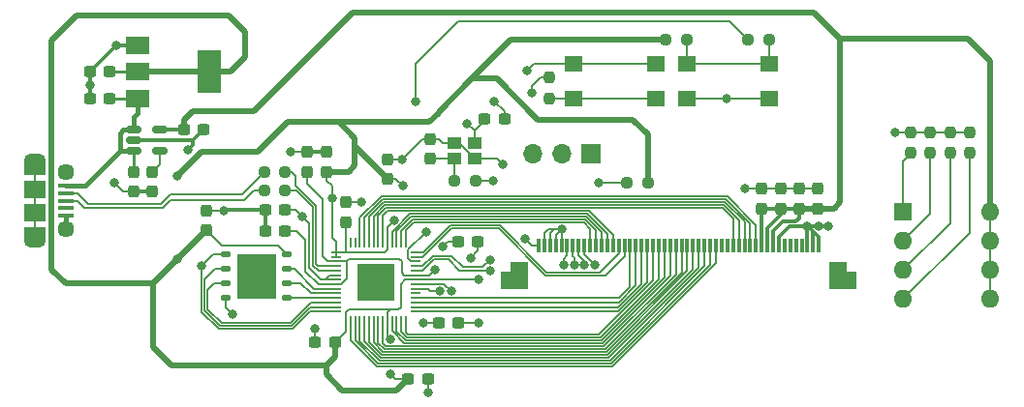
<source format=gbr>
%TF.GenerationSoftware,KiCad,Pcbnew,(7.0.0)*%
%TF.CreationDate,2023-06-08T20:43:27-04:00*%
%TF.ProjectId,tft controller new,74667420-636f-46e7-9472-6f6c6c657220,rev?*%
%TF.SameCoordinates,Original*%
%TF.FileFunction,Copper,L1,Top*%
%TF.FilePolarity,Positive*%
%FSLAX46Y46*%
G04 Gerber Fmt 4.6, Leading zero omitted, Abs format (unit mm)*
G04 Created by KiCad (PCBNEW (7.0.0)) date 2023-06-08 20:43:27*
%MOMM*%
%LPD*%
G01*
G04 APERTURE LIST*
G04 Aperture macros list*
%AMRoundRect*
0 Rectangle with rounded corners*
0 $1 Rounding radius*
0 $2 $3 $4 $5 $6 $7 $8 $9 X,Y pos of 4 corners*
0 Add a 4 corners polygon primitive as box body*
4,1,4,$2,$3,$4,$5,$6,$7,$8,$9,$2,$3,0*
0 Add four circle primitives for the rounded corners*
1,1,$1+$1,$2,$3*
1,1,$1+$1,$4,$5*
1,1,$1+$1,$6,$7*
1,1,$1+$1,$8,$9*
0 Add four rect primitives between the rounded corners*
20,1,$1+$1,$2,$3,$4,$5,0*
20,1,$1+$1,$4,$5,$6,$7,0*
20,1,$1+$1,$6,$7,$8,$9,0*
20,1,$1+$1,$8,$9,$2,$3,0*%
G04 Aperture macros list end*
%TA.AperFunction,SMDPad,CuDef*%
%ADD10RoundRect,0.237500X0.300000X0.237500X-0.300000X0.237500X-0.300000X-0.237500X0.300000X-0.237500X0*%
%TD*%
%TA.AperFunction,ComponentPad*%
%ADD11O,1.600000X1.600000*%
%TD*%
%TA.AperFunction,ComponentPad*%
%ADD12R,1.600000X1.600000*%
%TD*%
%TA.AperFunction,SMDPad,CuDef*%
%ADD13RoundRect,0.237500X0.250000X0.237500X-0.250000X0.237500X-0.250000X-0.237500X0.250000X-0.237500X0*%
%TD*%
%TA.AperFunction,SMDPad,CuDef*%
%ADD14R,1.600000X1.400000*%
%TD*%
%TA.AperFunction,SMDPad,CuDef*%
%ADD15RoundRect,0.237500X0.237500X-0.250000X0.237500X0.250000X-0.237500X0.250000X-0.237500X-0.250000X0*%
%TD*%
%TA.AperFunction,SMDPad,CuDef*%
%ADD16RoundRect,0.237500X0.237500X-0.300000X0.237500X0.300000X-0.237500X0.300000X-0.237500X-0.300000X0*%
%TD*%
%TA.AperFunction,SMDPad,CuDef*%
%ADD17R,2.000000X1.500000*%
%TD*%
%TA.AperFunction,SMDPad,CuDef*%
%ADD18R,2.000000X3.800000*%
%TD*%
%TA.AperFunction,SMDPad,CuDef*%
%ADD19RoundRect,0.237500X-0.250000X-0.237500X0.250000X-0.237500X0.250000X0.237500X-0.250000X0.237500X0*%
%TD*%
%TA.AperFunction,ComponentPad*%
%ADD20R,1.700000X1.700000*%
%TD*%
%TA.AperFunction,ComponentPad*%
%ADD21O,1.700000X1.700000*%
%TD*%
%TA.AperFunction,SMDPad,CuDef*%
%ADD22RoundRect,0.050000X0.050000X-0.387500X0.050000X0.387500X-0.050000X0.387500X-0.050000X-0.387500X0*%
%TD*%
%TA.AperFunction,SMDPad,CuDef*%
%ADD23RoundRect,0.050000X0.387500X-0.050000X0.387500X0.050000X-0.387500X0.050000X-0.387500X-0.050000X0*%
%TD*%
%TA.AperFunction,SMDPad,CuDef*%
%ADD24R,3.200000X3.200000*%
%TD*%
%TA.AperFunction,SMDPad,CuDef*%
%ADD25RoundRect,0.237500X-0.300000X-0.237500X0.300000X-0.237500X0.300000X0.237500X-0.300000X0.237500X0*%
%TD*%
%TA.AperFunction,SMDPad,CuDef*%
%ADD26RoundRect,0.237500X-0.237500X0.300000X-0.237500X-0.300000X0.237500X-0.300000X0.237500X0.300000X0*%
%TD*%
%TA.AperFunction,SMDPad,CuDef*%
%ADD27RoundRect,0.150000X-0.512500X-0.150000X0.512500X-0.150000X0.512500X0.150000X-0.512500X0.150000X0*%
%TD*%
%TA.AperFunction,SMDPad,CuDef*%
%ADD28R,2.400000X1.600000*%
%TD*%
%TA.AperFunction,SMDPad,CuDef*%
%ADD29R,1.600000X2.400000*%
%TD*%
%TA.AperFunction,SMDPad,CuDef*%
%ADD30R,0.300000X1.200000*%
%TD*%
%TA.AperFunction,SMDPad,CuDef*%
%ADD31R,1.150000X1.000000*%
%TD*%
%TA.AperFunction,SMDPad,CuDef*%
%ADD32R,1.350000X0.400000*%
%TD*%
%TA.AperFunction,ComponentPad*%
%ADD33O,1.900000X1.200000*%
%TD*%
%TA.AperFunction,SMDPad,CuDef*%
%ADD34R,1.900000X1.200000*%
%TD*%
%TA.AperFunction,ComponentPad*%
%ADD35C,1.450000*%
%TD*%
%TA.AperFunction,SMDPad,CuDef*%
%ADD36R,1.900000X1.500000*%
%TD*%
%TA.AperFunction,SMDPad,CuDef*%
%ADD37RoundRect,0.125000X-0.262500X-0.125000X0.262500X-0.125000X0.262500X0.125000X-0.262500X0.125000X0*%
%TD*%
%TA.AperFunction,SMDPad,CuDef*%
%ADD38R,3.400000X4.000000*%
%TD*%
%TA.AperFunction,ViaPad*%
%ADD39C,0.800000*%
%TD*%
%TA.AperFunction,Conductor*%
%ADD40C,0.127000*%
%TD*%
%TA.AperFunction,Conductor*%
%ADD41C,0.200000*%
%TD*%
%TA.AperFunction,Conductor*%
%ADD42C,0.500000*%
%TD*%
%TA.AperFunction,Conductor*%
%ADD43C,0.300000*%
%TD*%
%TA.AperFunction,Conductor*%
%ADD44C,0.400000*%
%TD*%
%TA.AperFunction,Conductor*%
%ADD45C,0.250000*%
%TD*%
G04 APERTURE END LIST*
D10*
%TO.P,C3,1*%
%TO.N,+3V3*%
X98862500Y-108700000D03*
%TO.P,C3,2*%
%TO.N,GND*%
X97137500Y-108700000D03*
%TD*%
D11*
%TO.P,SW3,8*%
%TO.N,+2V8*%
X145319999Y-98959999D03*
%TO.P,SW3,7*%
X145319999Y-101499999D03*
%TO.P,SW3,6*%
X145319999Y-104039999D03*
%TO.P,SW3,5*%
X145319999Y-106579999D03*
%TO.P,SW3,4*%
%TO.N,/TFT LCD Connections/TFT_IM3*%
X137699999Y-106579999D03*
%TO.P,SW3,3*%
%TO.N,/TFT LCD Connections/TFT_IM2*%
X137699999Y-104039999D03*
%TO.P,SW3,2*%
%TO.N,/TFT LCD Connections/TFT_IM1*%
X137699999Y-101499999D03*
D12*
%TO.P,SW3,1*%
%TO.N,/TFT LCD Connections/TFT_IM0*%
X137699999Y-98959999D03*
%TD*%
D13*
%TO.P,R2,1*%
%TO.N,/RP2040 Connections/RP_USB_D+*%
X83712500Y-97100000D03*
%TO.P,R2,2*%
%TO.N,/RP2040 Connections/USB_D+*%
X81887500Y-97100000D03*
%TD*%
D14*
%TO.P,SW1,1,A*%
%TO.N,/RP2040 Connections/SW_TO_RUN*%
X118799999Y-85999999D03*
X125999999Y-85999999D03*
%TO.P,SW1,2,B*%
%TO.N,GND*%
X118799999Y-88999999D03*
X125999999Y-88999999D03*
%TD*%
D15*
%TO.P,R6,1*%
%TO.N,/RP2040 Connections/USB_BOOT_TO_R*%
X106800000Y-89000000D03*
%TO.P,R6,2*%
%TO.N,GND*%
X106800000Y-87175000D03*
%TD*%
D16*
%TO.P,C16,1*%
%TO.N,+2V8*%
X128600000Y-98662500D03*
%TO.P,C16,2*%
%TO.N,GND*%
X128600000Y-96937500D03*
%TD*%
%TO.P,C17,1*%
%TO.N,+2V8*%
X127000000Y-98662500D03*
%TO.P,C17,2*%
%TO.N,GND*%
X127000000Y-96937500D03*
%TD*%
D14*
%TO.P,SW2,1,A*%
%TO.N,/RP2040 Connections/~{RP_FLASH_CS}*%
X108899999Y-85999999D03*
X116099999Y-85999999D03*
%TO.P,SW2,2,B*%
%TO.N,/RP2040 Connections/USB_BOOT_TO_R*%
X108899999Y-88999999D03*
X116099999Y-88999999D03*
%TD*%
D13*
%TO.P,R7,1*%
%TO.N,+3V3*%
X115412500Y-96400000D03*
%TO.P,R7,2*%
%TO.N,/TFT LCD Connections/LEDA*%
X113587500Y-96400000D03*
%TD*%
D16*
%TO.P,C1,1*%
%TO.N,+3V3*%
X89031260Y-99862500D03*
%TO.P,C1,2*%
%TO.N,GND*%
X89031260Y-98137500D03*
%TD*%
D10*
%TO.P,C6,1*%
%TO.N,+3V3*%
X83700000Y-98800000D03*
%TO.P,C6,2*%
%TO.N,GND*%
X81975000Y-98800000D03*
%TD*%
D16*
%TO.P,C11,1*%
%TO.N,+1V1*%
X85600000Y-95462500D03*
%TO.P,C11,2*%
%TO.N,GND*%
X85600000Y-93737500D03*
%TD*%
D17*
%TO.P,U3,1,GND*%
%TO.N,GND*%
X70799999Y-84399999D03*
%TO.P,U3,2,VO*%
%TO.N,+3V3*%
X70799999Y-86699999D03*
D18*
X77099999Y-86699999D03*
D17*
%TO.P,U3,3,VI*%
%TO.N,VBUS*%
X70799999Y-88999999D03*
%TD*%
D19*
%TO.P,R5,1*%
%TO.N,/RP2040 Connections/RP_RUN*%
X124175000Y-83900000D03*
%TO.P,R5,2*%
%TO.N,/RP2040 Connections/SW_TO_RUN*%
X126000000Y-83900000D03*
%TD*%
D16*
%TO.P,C18,1*%
%TO.N,+2V8*%
X125350000Y-98662500D03*
%TO.P,C18,2*%
%TO.N,GND*%
X125350000Y-96937500D03*
%TD*%
D20*
%TO.P,J3,1,Pin_1*%
%TO.N,/RP2040 Connections/RP_SWCLK*%
X110424999Y-93824999D03*
D21*
%TO.P,J3,2,Pin_2*%
%TO.N,GND*%
X107884999Y-93824999D03*
%TO.P,J3,3,Pin_3*%
%TO.N,/RP2040 Connections/RP_SWD*%
X105344999Y-93824999D03*
%TD*%
D22*
%TO.P,U2,1,IOVDD*%
%TO.N,+3V3*%
X89031260Y-108537500D03*
%TO.P,U2,2,GPIO0*%
%TO.N,TFT_DB0*%
X89431260Y-108537500D03*
%TO.P,U2,3,GPIO1*%
%TO.N,TFT_DB1*%
X89831260Y-108537500D03*
%TO.P,U2,4,GPIO2*%
%TO.N,TFT_DB2*%
X90231260Y-108537500D03*
%TO.P,U2,5,GPIO3*%
%TO.N,TFT_DB3*%
X90631260Y-108537500D03*
%TO.P,U2,6,GPIO4*%
%TO.N,TFT_DB4*%
X91031260Y-108537500D03*
%TO.P,U2,7,GPIO5*%
%TO.N,TFT_DB5*%
X91431260Y-108537500D03*
%TO.P,U2,8,GPIO6*%
%TO.N,TFT_DB6*%
X91831260Y-108537500D03*
%TO.P,U2,9,GPIO7*%
%TO.N,TFT_DB7*%
X92231260Y-108537500D03*
%TO.P,U2,10,IOVDD*%
%TO.N,+3V3*%
X92631260Y-108537500D03*
%TO.P,U2,11,GPIO8*%
%TO.N,TFT_DB8*%
X93031260Y-108537500D03*
%TO.P,U2,12,GPIO9*%
%TO.N,TFT_DB9*%
X93431260Y-108537500D03*
%TO.P,U2,13,GPIO10*%
%TO.N,TFT_DB10*%
X93831260Y-108537500D03*
%TO.P,U2,14,GPIO11*%
%TO.N,TFT_DB11*%
X94231260Y-108537500D03*
D23*
%TO.P,U2,15,GPIO12*%
%TO.N,TFT_DB12*%
X95068760Y-107700000D03*
%TO.P,U2,16,GPIO13*%
%TO.N,TFT_DB13*%
X95068760Y-107300000D03*
%TO.P,U2,17,GPIO14*%
%TO.N,TFT_DB14*%
X95068760Y-106900000D03*
%TO.P,U2,18,GPIO15*%
%TO.N,TFT_DB15*%
X95068760Y-106500000D03*
%TO.P,U2,19,TESTEN*%
%TO.N,unconnected-(U2-TESTEN-Pad19)*%
X95068760Y-106100000D03*
%TO.P,U2,20,XIN*%
%TO.N,/RP2040 Connections/RP_XIN*%
X95068760Y-105700000D03*
%TO.P,U2,21,XOUT*%
%TO.N,/RP2040 Connections/RP_XOUT*%
X95068760Y-105300000D03*
%TO.P,U2,22,IOVDD*%
%TO.N,+3V3*%
X95068760Y-104900000D03*
%TO.P,U2,23,DVDD*%
%TO.N,+1V1*%
X95068760Y-104500000D03*
%TO.P,U2,24,SWCLK*%
%TO.N,/RP2040 Connections/RP_SWCLK*%
X95068760Y-104100000D03*
%TO.P,U2,25,SWD*%
%TO.N,/RP2040 Connections/RP_SWD*%
X95068760Y-103700000D03*
%TO.P,U2,26,RUN*%
%TO.N,/RP2040 Connections/RP_RUN*%
X95068760Y-103300000D03*
%TO.P,U2,27,GPIO16*%
%TO.N,TFT_DB16*%
X95068760Y-102900000D03*
%TO.P,U2,28,GPIO17*%
%TO.N,TFT_DB17*%
X95068760Y-102500000D03*
D22*
%TO.P,U2,29,GPIO18*%
%TO.N,TFT_RESET*%
X94231260Y-101662500D03*
%TO.P,U2,30,GPIO19*%
%TO.N,TFT_VSYNC*%
X93831260Y-101662500D03*
%TO.P,U2,31,GPIO20*%
%TO.N,TFT_HSYNC*%
X93431260Y-101662500D03*
%TO.P,U2,32,GPIO21*%
%TO.N,TFT_DOTCLK*%
X93031260Y-101662500D03*
%TO.P,U2,33,IOVDD*%
%TO.N,+3V3*%
X92631260Y-101662500D03*
%TO.P,U2,34,GPIO22*%
%TO.N,TFT_DE*%
X92231260Y-101662500D03*
%TO.P,U2,35,GPIO23*%
%TO.N,TFT_RD*%
X91831260Y-101662500D03*
%TO.P,U2,36,GPIO24*%
%TO.N,TFT_WR*%
X91431260Y-101662500D03*
%TO.P,U2,37,GPIO25*%
%TO.N,TFT_DC*%
X91031260Y-101662500D03*
%TO.P,U2,38,GPIO26_ADC0*%
%TO.N,TFT_CS*%
X90631260Y-101662500D03*
%TO.P,U2,39,GPIO27_ADC1*%
%TO.N,TFT_TE*%
X90231260Y-101662500D03*
%TO.P,U2,40,GPIO28_ADC2*%
%TO.N,unconnected-(U2-GPIO28_ADC2-Pad40)*%
X89831260Y-101662500D03*
%TO.P,U2,41,GPIO29_ADC3*%
%TO.N,unconnected-(U2-GPIO29_ADC3-Pad41)*%
X89431260Y-101662500D03*
%TO.P,U2,42,IOVDD*%
%TO.N,+3V3*%
X89031260Y-101662500D03*
D23*
%TO.P,U2,43,ADC_AVDD*%
X88193760Y-102500000D03*
%TO.P,U2,44,VREG_IN*%
X88193760Y-102900000D03*
%TO.P,U2,45,VREG_VOUT*%
%TO.N,+1V1*%
X88193760Y-103300000D03*
%TO.P,U2,46,USB_DM*%
%TO.N,/RP2040 Connections/RP_USB_D-*%
X88193760Y-103700000D03*
%TO.P,U2,47,USB_DP*%
%TO.N,/RP2040 Connections/RP_USB_D+*%
X88193760Y-104100000D03*
%TO.P,U2,48,USB_VDD*%
%TO.N,+3V3*%
X88193760Y-104500000D03*
%TO.P,U2,49,IOVDD*%
X88193760Y-104900000D03*
%TO.P,U2,50,DVDD*%
%TO.N,+1V1*%
X88193760Y-105300000D03*
%TO.P,U2,51,QSPI_SD3*%
%TO.N,/RP2040 Connections/RP_FLASH_D3*%
X88193760Y-105700000D03*
%TO.P,U2,52,QSPI_SCLK*%
%TO.N,/RP2040 Connections/RP_FLASH_CLK*%
X88193760Y-106100000D03*
%TO.P,U2,53,QSPI_SD0*%
%TO.N,/RP2040 Connections/RP_FLASH_D0*%
X88193760Y-106500000D03*
%TO.P,U2,54,QSPI_SD2*%
%TO.N,/RP2040 Connections/RP_FLASH_D2*%
X88193760Y-106900000D03*
%TO.P,U2,55,QSPI_SD1*%
%TO.N,/RP2040 Connections/RP_FLASH_D1*%
X88193760Y-107300000D03*
%TO.P,U2,56,QSPI_SS*%
%TO.N,/RP2040 Connections/~{RP_FLASH_CS}*%
X88193760Y-107700000D03*
D24*
%TO.P,U2,57,GND*%
%TO.N,GND*%
X91631259Y-105099999D03*
%TD*%
D25*
%TO.P,C9,1*%
%TO.N,+1V1*%
X98837500Y-101600000D03*
%TO.P,C9,2*%
%TO.N,GND*%
X100562500Y-101600000D03*
%TD*%
D19*
%TO.P,R4,1*%
%TO.N,+3V3*%
X116975000Y-83900000D03*
%TO.P,R4,2*%
%TO.N,/RP2040 Connections/SW_TO_RUN*%
X118800000Y-83900000D03*
%TD*%
D15*
%TO.P,R9,1*%
%TO.N,/TFT LCD Connections/TFT_IM2*%
X141800000Y-93812500D03*
%TO.P,R9,2*%
%TO.N,GND*%
X141800000Y-91987500D03*
%TD*%
%TO.P,R10,1*%
%TO.N,/TFT LCD Connections/TFT_IM1*%
X140100000Y-93812500D03*
%TO.P,R10,2*%
%TO.N,GND*%
X140100000Y-91987500D03*
%TD*%
D26*
%TO.P,C20,1*%
%TO.N,VBUS*%
X70462500Y-95437500D03*
%TO.P,C20,2*%
%TO.N,GND*%
X70462500Y-97162500D03*
%TD*%
D15*
%TO.P,R8,1*%
%TO.N,/TFT LCD Connections/TFT_IM3*%
X143500000Y-93812500D03*
%TO.P,R8,2*%
%TO.N,GND*%
X143500000Y-91987500D03*
%TD*%
D10*
%TO.P,C14,1*%
%TO.N,VBUS*%
X68362500Y-89000000D03*
%TO.P,C14,2*%
%TO.N,GND*%
X66637500Y-89000000D03*
%TD*%
D19*
%TO.P,R1,1*%
%TO.N,/RP2040 Connections/Y_XOUT*%
X98525000Y-96200000D03*
%TO.P,R1,2*%
%TO.N,/RP2040 Connections/RP_XOUT*%
X100350000Y-96200000D03*
%TD*%
D27*
%TO.P,U4,1,VIN*%
%TO.N,VBUS*%
X70462500Y-91750000D03*
%TO.P,U4,2,GND*%
%TO.N,GND*%
X70462500Y-92700000D03*
%TO.P,U4,3,ON/~{OFF}*%
%TO.N,VBUS*%
X70462500Y-93650000D03*
%TO.P,U4,4,BP*%
%TO.N,/TFT LCD Connections/REG_BP_C*%
X72737500Y-93650000D03*
%TO.P,U4,5,VOUT*%
%TO.N,+2V8*%
X72737500Y-91750000D03*
%TD*%
D28*
%TO.P,DS1,MP*%
%TO.N,N/C*%
X132449999Y-104974999D03*
D29*
X132049999Y-104574999D03*
X104149999Y-104574999D03*
D28*
X103749999Y-104974999D03*
D30*
%TO.P,DS1,50,GND*%
%TO.N,GND*%
X130349999Y-101874999D03*
%TO.P,DS1,49,GND*%
X129849999Y-101874999D03*
%TO.P,DS1,48,GND*%
X129349999Y-101874999D03*
%TO.P,DS1,47,Y-*%
%TO.N,unconnected-(DS1-Y--Pad47)*%
X128849999Y-101874999D03*
%TO.P,DS1,46,Y+*%
%TO.N,unconnected-(DS1-Y+-Pad46)*%
X128349999Y-101874999D03*
%TO.P,DS1,45,X-*%
%TO.N,unconnected-(DS1-X--Pad45)*%
X127849999Y-101874999D03*
%TO.P,DS1,44,X+*%
%TO.N,unconnected-(DS1-X+-Pad44)*%
X127349999Y-101874999D03*
%TO.P,DS1,43,GND*%
%TO.N,GND*%
X126849999Y-101874999D03*
%TO.P,DS1,42,VCI*%
%TO.N,+2V8*%
X126349999Y-101874999D03*
%TO.P,DS1,41,VDDI*%
X125849999Y-101874999D03*
%TO.P,DS1,40,VDDI*%
X125349999Y-101874999D03*
%TO.P,DS1,39,TE*%
%TO.N,TFT_TE*%
X124849999Y-101874999D03*
%TO.P,DS1,38,CS*%
%TO.N,TFT_CS*%
X124349999Y-101874999D03*
%TO.P,DS1,37,DC*%
%TO.N,TFT_DC*%
X123849999Y-101874999D03*
%TO.P,DS1,36,WR*%
%TO.N,TFT_WR*%
X123349999Y-101874999D03*
%TO.P,DS1,35,RD*%
%TO.N,TFT_RD*%
X122849999Y-101874999D03*
%TO.P,DS1,34,SDI*%
%TO.N,unconnected-(DS1-SDI-Pad34)*%
X122349999Y-101874999D03*
%TO.P,DS1,33,SDO*%
%TO.N,unconnected-(DS1-SDO-Pad33)*%
X121849999Y-101874999D03*
%TO.P,DS1,32,DB0*%
%TO.N,TFT_DB0*%
X121349999Y-101874999D03*
%TO.P,DS1,31,DB1*%
%TO.N,TFT_DB1*%
X120849999Y-101874999D03*
%TO.P,DS1,30,DB2*%
%TO.N,TFT_DB2*%
X120349999Y-101874999D03*
%TO.P,DS1,29,DB3*%
%TO.N,TFT_DB3*%
X119849999Y-101874999D03*
%TO.P,DS1,28,DB4*%
%TO.N,TFT_DB4*%
X119349999Y-101874999D03*
%TO.P,DS1,27,DB5*%
%TO.N,TFT_DB5*%
X118849999Y-101874999D03*
%TO.P,DS1,26,DB6*%
%TO.N,TFT_DB6*%
X118349999Y-101874999D03*
%TO.P,DS1,25,DB7*%
%TO.N,TFT_DB7*%
X117849999Y-101874999D03*
%TO.P,DS1,24,DB8*%
%TO.N,TFT_DB8*%
X117349999Y-101874999D03*
%TO.P,DS1,23,DB9*%
%TO.N,TFT_DB9*%
X116849999Y-101874999D03*
%TO.P,DS1,22,DB10*%
%TO.N,TFT_DB10*%
X116349999Y-101874999D03*
%TO.P,DS1,21,DB11*%
%TO.N,TFT_DB11*%
X115849999Y-101874999D03*
%TO.P,DS1,20,DB12*%
%TO.N,TFT_DB12*%
X115349999Y-101874999D03*
%TO.P,DS1,19,DB13*%
%TO.N,TFT_DB13*%
X114849999Y-101874999D03*
%TO.P,DS1,18,DB14*%
%TO.N,TFT_DB14*%
X114349999Y-101874999D03*
%TO.P,DS1,17,DB15*%
%TO.N,TFT_DB15*%
X113849999Y-101874999D03*
%TO.P,DS1,16,DB16*%
%TO.N,TFT_DB16*%
X113349999Y-101874999D03*
%TO.P,DS1,15,DB17*%
%TO.N,TFT_DB17*%
X112849999Y-101874999D03*
%TO.P,DS1,14,DE*%
%TO.N,TFT_DE*%
X112349999Y-101874999D03*
%TO.P,DS1,13,DOTCLK*%
%TO.N,TFT_DOTCLK*%
X111849999Y-101874999D03*
%TO.P,DS1,12,HSYNC*%
%TO.N,TFT_HSYNC*%
X111349999Y-101874999D03*
%TO.P,DS1,11,VSYNC*%
%TO.N,TFT_VSYNC*%
X110849999Y-101874999D03*
%TO.P,DS1,10,RESET*%
%TO.N,TFT_RESET*%
X110349999Y-101874999D03*
%TO.P,DS1,9,IM3*%
%TO.N,/TFT LCD Connections/TFT_IM3*%
X109849999Y-101874999D03*
%TO.P,DS1,8,IM2*%
%TO.N,/TFT LCD Connections/TFT_IM2*%
X109349999Y-101874999D03*
%TO.P,DS1,7,IM1*%
%TO.N,/TFT LCD Connections/TFT_IM1*%
X108849999Y-101874999D03*
%TO.P,DS1,6,IM0*%
%TO.N,/TFT LCD Connections/TFT_IM0*%
X108349999Y-101874999D03*
%TO.P,DS1,5,LEDA4*%
%TO.N,/TFT LCD Connections/LEDA*%
X107849999Y-101874999D03*
%TO.P,DS1,4,LEDA3*%
X107349999Y-101874999D03*
%TO.P,DS1,3,LEDA2*%
X106849999Y-101874999D03*
%TO.P,DS1,2,LEDA1*%
X106349999Y-101874999D03*
%TO.P,DS1,1,LEDK*%
%TO.N,GND*%
X105849999Y-101874999D03*
%TD*%
D16*
%TO.P,C7,1*%
%TO.N,+3V3*%
X87300000Y-95462500D03*
%TO.P,C7,2*%
%TO.N,GND*%
X87300000Y-93737500D03*
%TD*%
%TO.P,C19,1*%
%TO.N,+2V8*%
X130200000Y-98662500D03*
%TO.P,C19,2*%
%TO.N,GND*%
X130200000Y-96937500D03*
%TD*%
D10*
%TO.P,C5,1*%
%TO.N,+3V3*%
X88062500Y-110400000D03*
%TO.P,C5,2*%
%TO.N,GND*%
X86337500Y-110400000D03*
%TD*%
D31*
%TO.P,Y1,1,1*%
%TO.N,/RP2040 Connections/Y_XOUT*%
X98524999Y-94299999D03*
%TO.P,Y1,2,2*%
%TO.N,GND*%
X100274999Y-94299999D03*
%TO.P,Y1,3,3*%
%TO.N,/RP2040 Connections/RP_XIN*%
X100274999Y-92899999D03*
%TO.P,Y1,4,4*%
%TO.N,GND*%
X98524999Y-92899999D03*
%TD*%
D15*
%TO.P,R11,1*%
%TO.N,/TFT LCD Connections/TFT_IM0*%
X138410000Y-93812500D03*
%TO.P,R11,2*%
%TO.N,GND*%
X138410000Y-91987500D03*
%TD*%
D16*
%TO.P,C8,1*%
%TO.N,+3V3*%
X76800000Y-100562500D03*
%TO.P,C8,2*%
%TO.N,GND*%
X76800000Y-98837500D03*
%TD*%
D32*
%TO.P,J1,1,VBUS*%
%TO.N,VBUS*%
X64562499Y-96699999D03*
%TO.P,J1,2,D-*%
%TO.N,/RP2040 Connections/USB_D-*%
X64562499Y-97349999D03*
%TO.P,J1,3,D+*%
%TO.N,/RP2040 Connections/USB_D+*%
X64562499Y-97999999D03*
%TO.P,J1,4,ID*%
%TO.N,unconnected-(J1-ID-Pad4)*%
X64562499Y-98649999D03*
%TO.P,J1,5,GND*%
%TO.N,GND*%
X64562499Y-99299999D03*
D33*
%TO.P,J1,6,Shield*%
X61862499Y-94499999D03*
D34*
X61862499Y-95099999D03*
D35*
X64562500Y-95500000D03*
D36*
X61862499Y-96999999D03*
X61862499Y-98999999D03*
D35*
X64562500Y-100500000D03*
D34*
X61862499Y-100899999D03*
D33*
X61862499Y-101499999D03*
%TD*%
D10*
%TO.P,C10,1*%
%TO.N,+1V1*%
X83700000Y-100600000D03*
%TO.P,C10,2*%
%TO.N,GND*%
X81975000Y-100600000D03*
%TD*%
D25*
%TO.P,C12,1*%
%TO.N,/RP2040 Connections/RP_XIN*%
X101137500Y-90800000D03*
%TO.P,C12,2*%
%TO.N,GND*%
X102862500Y-90800000D03*
%TD*%
D13*
%TO.P,R3,1*%
%TO.N,/RP2040 Connections/RP_USB_D-*%
X83712500Y-95500000D03*
%TO.P,R3,2*%
%TO.N,/RP2040 Connections/USB_D-*%
X81887500Y-95500000D03*
%TD*%
D16*
%TO.P,C2,1*%
%TO.N,+3V3*%
X92631260Y-96062500D03*
%TO.P,C2,2*%
%TO.N,GND*%
X92631260Y-94337500D03*
%TD*%
D37*
%TO.P,U1,1,~{CS}*%
%TO.N,/RP2040 Connections/~{RP_FLASH_CS}*%
X78527500Y-102690000D03*
%TO.P,U1,2,DO(IO1)*%
%TO.N,/RP2040 Connections/RP_FLASH_D1*%
X78527500Y-103960000D03*
%TO.P,U1,3,IO2*%
%TO.N,/RP2040 Connections/RP_FLASH_D2*%
X78527500Y-105230000D03*
%TO.P,U1,4,GND*%
%TO.N,GND*%
X78527500Y-106500000D03*
%TO.P,U1,5,DI(IO0)*%
%TO.N,/RP2040 Connections/RP_FLASH_D0*%
X83852500Y-106500000D03*
%TO.P,U1,6,CLK*%
%TO.N,/RP2040 Connections/RP_FLASH_CLK*%
X83852500Y-105230000D03*
%TO.P,U1,7,IO3*%
%TO.N,/RP2040 Connections/RP_FLASH_D3*%
X83852500Y-103960000D03*
%TO.P,U1,8,VCC*%
%TO.N,+3V3*%
X83852500Y-102690000D03*
D38*
%TO.P,U1,9*%
%TO.N,GND*%
X81189999Y-104594999D03*
%TD*%
D26*
%TO.P,C22,1*%
%TO.N,/TFT LCD Connections/REG_BP_C*%
X72100000Y-95437500D03*
%TO.P,C22,2*%
%TO.N,GND*%
X72100000Y-97162500D03*
%TD*%
D25*
%TO.P,C4,1*%
%TO.N,+3V3*%
X94437500Y-113600000D03*
%TO.P,C4,2*%
%TO.N,GND*%
X96162500Y-113600000D03*
%TD*%
%TO.P,C21,1*%
%TO.N,+2V8*%
X74837500Y-91750000D03*
%TO.P,C21,2*%
%TO.N,GND*%
X76562500Y-91750000D03*
%TD*%
D10*
%TO.P,C15,1*%
%TO.N,+3V3*%
X68362500Y-86700000D03*
%TO.P,C15,2*%
%TO.N,GND*%
X66637500Y-86700000D03*
%TD*%
D16*
%TO.P,C13,1*%
%TO.N,/RP2040 Connections/Y_XOUT*%
X96400000Y-94300000D03*
%TO.P,C13,2*%
%TO.N,GND*%
X96400000Y-92575000D03*
%TD*%
D39*
%TO.N,GND*%
X82100000Y-103400000D03*
X80300000Y-103400000D03*
X80300000Y-105800000D03*
X82100000Y-105800000D03*
%TO.N,+3V3*%
X87800000Y-97800000D03*
X85200000Y-99400000D03*
%TO.N,GND*%
X104700000Y-101300000D03*
X137000000Y-91987500D03*
X84200000Y-93737500D03*
X90400000Y-98137500D03*
X92500000Y-106000000D03*
X91600000Y-106000000D03*
X91600000Y-105100000D03*
X92500000Y-105100000D03*
X91600000Y-104200000D03*
X90700000Y-105100000D03*
X131200000Y-100200000D03*
X130300000Y-100200000D03*
X129350000Y-100200000D03*
X123900000Y-96937500D03*
X122300000Y-89000000D03*
X105300000Y-88500000D03*
X102000000Y-89300000D03*
X102700000Y-94800000D03*
X93900000Y-94337500D03*
X68937500Y-84400000D03*
X66637500Y-87837500D03*
X75200000Y-93500000D03*
X68800000Y-96400000D03*
X78300000Y-98837500D03*
X79100000Y-107900000D03*
X86337500Y-109200000D03*
X96162500Y-114800000D03*
X95800000Y-108700000D03*
X99900000Y-103000000D03*
X90700000Y-106000000D03*
X92500000Y-104200000D03*
X90700000Y-104200000D03*
%TO.N,+3V3*%
X74300000Y-95800000D03*
X74300000Y-103062500D03*
%TO.N,/RP2040 Connections/~{RP_FLASH_CS}*%
X104800000Y-86600000D03*
X76432000Y-103658000D03*
%TO.N,+3V3*%
X94000000Y-96700000D03*
X92900000Y-113200000D03*
X100600000Y-108700000D03*
X93200000Y-99700000D03*
X100600000Y-104900000D03*
X92900000Y-110100000D03*
%TO.N,+1V1*%
X96800000Y-104000000D03*
X97500000Y-102000000D03*
%TO.N,/RP2040 Connections/RP_XIN*%
X97200000Y-105900000D03*
X99600000Y-91200000D03*
%TO.N,/TFT LCD Connections/LEDA*%
X107850000Y-100500000D03*
X111100000Y-96400000D03*
%TO.N,/TFT LCD Connections/TFT_IM0*%
X108020491Y-103600000D03*
%TO.N,/TFT LCD Connections/TFT_IM1*%
X108946994Y-103600000D03*
%TO.N,/TFT LCD Connections/TFT_IM2*%
X109873497Y-103600000D03*
%TO.N,/TFT LCD Connections/TFT_IM3*%
X110800000Y-103600000D03*
%TO.N,/RP2040 Connections/RP_SWCLK*%
X101600000Y-104100000D03*
%TO.N,/RP2040 Connections/RP_SWD*%
X101600000Y-103173497D03*
%TO.N,/RP2040 Connections/RP_XOUT*%
X98200000Y-105900000D03*
X101900000Y-96200000D03*
%TO.N,/RP2040 Connections/RP_RUN*%
X95100000Y-89300000D03*
X96000000Y-100700000D03*
%TD*%
D40*
%TO.N,/RP2040 Connections/RP_RUN*%
X94440760Y-102259240D02*
X96000000Y-100700000D01*
X94440760Y-103049618D02*
X94440760Y-102259240D01*
X95068760Y-103300000D02*
X94691142Y-103300000D01*
X94691142Y-103300000D02*
X94440760Y-103049618D01*
%TO.N,/RP2040 Connections/RP_USB_D+*%
X86154000Y-98554000D02*
X84700000Y-97100000D01*
X84700000Y-97100000D02*
X83712500Y-97100000D01*
X86600000Y-104100000D02*
X86154000Y-103654000D01*
X86154000Y-103654000D02*
X86154000Y-98554000D01*
X88193760Y-104100000D02*
X86600000Y-104100000D01*
%TO.N,TFT_DB7*%
X92231260Y-110472050D02*
X92231260Y-108537500D01*
X111557680Y-110716000D02*
X92475210Y-110716000D01*
X117850000Y-104423680D02*
X111557680Y-110716000D01*
X117850000Y-101875000D02*
X117850000Y-104423680D01*
X92475210Y-110716000D02*
X92231260Y-110472050D01*
%TO.N,GND*%
X96162500Y-114800000D02*
X96162500Y-113600000D01*
%TO.N,/RP2040 Connections/SW_TO_RUN*%
X126000000Y-83900000D02*
X126000000Y-86000000D01*
D41*
%TO.N,+3V3*%
X85790500Y-103890500D02*
X86800000Y-104900000D01*
X86800000Y-104900000D02*
X87200000Y-104900000D01*
X85790500Y-99990500D02*
X85790500Y-103890500D01*
X85200000Y-99400000D02*
X85790500Y-99990500D01*
X85200000Y-99400000D02*
X84600000Y-98800000D01*
X84600000Y-98800000D02*
X83700000Y-98800000D01*
X87800000Y-97800000D02*
X87800000Y-96700000D01*
X87300000Y-96200000D02*
X87300000Y-95462500D01*
X87800000Y-96700000D02*
X87300000Y-96200000D01*
X87800000Y-101200000D02*
X87800000Y-97800000D01*
X88193760Y-101593760D02*
X87800000Y-101200000D01*
X88193760Y-102500000D02*
X88193760Y-101593760D01*
%TO.N,+1V1*%
X85463500Y-101363500D02*
X84700000Y-100600000D01*
X85463500Y-104163500D02*
X85463500Y-101363500D01*
X86600000Y-105300000D02*
X85463500Y-104163500D01*
X88193760Y-105300000D02*
X86600000Y-105300000D01*
X84700000Y-100600000D02*
X83700000Y-100600000D01*
D40*
%TO.N,+3V3*%
X88193760Y-102900000D02*
X88193760Y-102500000D01*
%TO.N,GND*%
X105275000Y-101875000D02*
X105850000Y-101875000D01*
X104700000Y-101300000D02*
X105275000Y-101875000D01*
D42*
%TO.N,+2V8*%
X145320000Y-85720000D02*
X145320000Y-98960000D01*
X143400000Y-83800000D02*
X145320000Y-85720000D01*
X132200000Y-83800000D02*
X143400000Y-83800000D01*
D40*
%TO.N,GND*%
X137000000Y-91987500D02*
X138410000Y-91987500D01*
X84200000Y-93737500D02*
X85600000Y-93737500D01*
X90400000Y-98137500D02*
X89031260Y-98137500D01*
D43*
X129350000Y-100200000D02*
X131200000Y-100200000D01*
X126850000Y-101150000D02*
X126850000Y-101875000D01*
X127773000Y-100227000D02*
X126850000Y-101150000D01*
X129323000Y-100227000D02*
X127773000Y-100227000D01*
X129350000Y-100200000D02*
X129323000Y-100227000D01*
X130350000Y-101150000D02*
X130350000Y-101875000D01*
X129850000Y-100650000D02*
X130350000Y-101150000D01*
X129850000Y-100650000D02*
X129850000Y-101875000D01*
X129400000Y-100200000D02*
X129850000Y-100650000D01*
X129350000Y-100200000D02*
X129400000Y-100200000D01*
X129350000Y-100200000D02*
X129350000Y-101875000D01*
D40*
X125350000Y-96937500D02*
X123900000Y-96937500D01*
X122300000Y-89000000D02*
X118800000Y-89000000D01*
X105300000Y-87900000D02*
X106025000Y-87175000D01*
X106025000Y-87175000D02*
X106800000Y-87175000D01*
X105300000Y-88500000D02*
X105300000Y-87900000D01*
X102862500Y-90162500D02*
X102862500Y-90800000D01*
X102000000Y-89300000D02*
X102862500Y-90162500D01*
X102200000Y-94300000D02*
X100275000Y-94300000D01*
X102700000Y-94800000D02*
X102200000Y-94300000D01*
X98875000Y-92900000D02*
X100275000Y-94300000D01*
X98525000Y-92900000D02*
X98875000Y-92900000D01*
X97500000Y-92900000D02*
X98525000Y-92900000D01*
X97175000Y-92575000D02*
X97500000Y-92900000D01*
X96400000Y-92575000D02*
X97175000Y-92575000D01*
X93900000Y-94337500D02*
X95662500Y-92575000D01*
X95662500Y-92575000D02*
X96400000Y-92575000D01*
X93900000Y-94337500D02*
X92631260Y-94337500D01*
D43*
X68937500Y-84400000D02*
X66637500Y-86700000D01*
X68937500Y-84400000D02*
X70800000Y-84400000D01*
X66637500Y-87837500D02*
X66637500Y-86700000D01*
X66637500Y-87837500D02*
X66637500Y-89000000D01*
X75612500Y-93087500D02*
X75200000Y-93500000D01*
X75612500Y-92700000D02*
X75612500Y-93087500D01*
D40*
X69562500Y-97162500D02*
X70462500Y-97162500D01*
X68800000Y-96400000D02*
X69562500Y-97162500D01*
D43*
X78337500Y-98800000D02*
X78300000Y-98837500D01*
X81975000Y-98800000D02*
X78337500Y-98800000D01*
D40*
X78300000Y-98837500D02*
X76800000Y-98837500D01*
X78527500Y-107327500D02*
X78527500Y-106500000D01*
X79100000Y-107900000D02*
X78527500Y-107327500D01*
%TO.N,/RP2040 Connections/RP_FLASH_D2*%
X84148000Y-108692000D02*
X85940000Y-106900000D01*
X76940000Y-107500000D02*
X78132000Y-108692000D01*
X76940000Y-105800000D02*
X76940000Y-107500000D01*
X77510000Y-105230000D02*
X76940000Y-105800000D01*
X78132000Y-108692000D02*
X84148000Y-108692000D01*
X85940000Y-106900000D02*
X88193760Y-106900000D01*
X78527500Y-105230000D02*
X77510000Y-105230000D01*
%TO.N,/RP2040 Connections/RP_FLASH_D1*%
X85899210Y-107300000D02*
X88193760Y-107300000D01*
X76686000Y-107605210D02*
X78026790Y-108946000D01*
X77580000Y-103960000D02*
X76686000Y-104854000D01*
X76686000Y-104854000D02*
X76686000Y-107605210D01*
X84253210Y-108946000D02*
X85899210Y-107300000D01*
X78527500Y-103960000D02*
X77580000Y-103960000D01*
X78026790Y-108946000D02*
X84253210Y-108946000D01*
%TO.N,/RP2040 Connections/~{RP_FLASH_CS}*%
X84358420Y-109200000D02*
X85858420Y-107700000D01*
X77921580Y-109200000D02*
X84358420Y-109200000D01*
X85858420Y-107700000D02*
X88193760Y-107700000D01*
X76432000Y-107710420D02*
X77921580Y-109200000D01*
X76432000Y-103658000D02*
X76432000Y-107710420D01*
%TO.N,GND*%
X86337500Y-110400000D02*
X86337500Y-109200000D01*
X97137500Y-108700000D02*
X95800000Y-108700000D01*
X100562500Y-102337500D02*
X100562500Y-101600000D01*
X99900000Y-103000000D02*
X100562500Y-102337500D01*
%TO.N,/RP2040 Connections/RP_SWD*%
X99259210Y-103800000D02*
X100973497Y-103800000D01*
X100973497Y-103800000D02*
X101600000Y-103173497D01*
X96623189Y-102800000D02*
X98259210Y-102800000D01*
X95723189Y-103700000D02*
X96623189Y-102800000D01*
X98259210Y-102800000D02*
X99259210Y-103800000D01*
X95068760Y-103700000D02*
X95723189Y-103700000D01*
%TO.N,/RP2040 Connections/RP_SWCLK*%
X98954000Y-104100000D02*
X101600000Y-104100000D01*
X97954000Y-103100000D02*
X98954000Y-104100000D01*
X95682399Y-104100000D02*
X96682399Y-103100000D01*
X96682399Y-103100000D02*
X97954000Y-103100000D01*
X95068760Y-104100000D02*
X95682399Y-104100000D01*
D44*
%TO.N,GND*%
X64562500Y-99300000D02*
X64562500Y-100500000D01*
D40*
X61862500Y-101500000D02*
X61862500Y-94500000D01*
D41*
%TO.N,/RP2040 Connections/USB_D-*%
X79937500Y-97450000D02*
X81887500Y-95500000D01*
X72855451Y-98273000D02*
X73678451Y-97450000D01*
X66498001Y-98273000D02*
X72855451Y-98273000D01*
X65575001Y-97350000D02*
X66498001Y-98273000D01*
X64562500Y-97350000D02*
X65575001Y-97350000D01*
X73678451Y-97450000D02*
X79937500Y-97450000D01*
%TO.N,/RP2040 Connections/USB_D+*%
X73700000Y-97900000D02*
X80123897Y-97900000D01*
X80123897Y-97900000D02*
X80923897Y-97100000D01*
X80923897Y-97100000D02*
X81887500Y-97100000D01*
X66175001Y-98600000D02*
X73000000Y-98600000D01*
X65575001Y-98000000D02*
X66175001Y-98600000D01*
X64562500Y-98000000D02*
X65575001Y-98000000D01*
X73000000Y-98600000D02*
X73700000Y-97900000D01*
D42*
%TO.N,+3V3*%
X83900000Y-91100000D02*
X88400000Y-91100000D01*
X81300000Y-93700000D02*
X83900000Y-91100000D01*
X76400000Y-93700000D02*
X81300000Y-93700000D01*
X74300000Y-95800000D02*
X76400000Y-93700000D01*
X74531250Y-102831250D02*
X76800000Y-100562500D01*
X74300000Y-103062500D02*
X74531250Y-102831250D01*
X74300000Y-103062500D02*
X72162500Y-105200000D01*
D44*
%TO.N,VBUS*%
X64562500Y-96700000D02*
X66200000Y-96700000D01*
X66200000Y-96700000D02*
X69250000Y-93650000D01*
X69250000Y-92050000D02*
X69550000Y-91750000D01*
X69550000Y-91750000D02*
X70462500Y-91750000D01*
X69250000Y-93650000D02*
X69250000Y-92050000D01*
D42*
%TO.N,+3V3*%
X115412500Y-92212500D02*
X115412500Y-96400000D01*
X114100000Y-90900000D02*
X115412500Y-92212500D01*
X105800000Y-90900000D02*
X114100000Y-90900000D01*
X102200578Y-87300578D02*
X105800000Y-90900000D01*
X100000578Y-87300578D02*
X102200578Y-87300578D01*
X97100000Y-90201156D02*
X100000578Y-87300578D01*
X100000578Y-87300578D02*
X103401156Y-83900000D01*
X103401156Y-83900000D02*
X116975000Y-83900000D01*
X97100000Y-90300000D02*
X97100000Y-90201156D01*
X96300000Y-91100000D02*
X97100000Y-90300000D01*
X88400000Y-91100000D02*
X96300000Y-91100000D01*
X89237500Y-95462500D02*
X87300000Y-95462500D01*
X89800000Y-94900000D02*
X89237500Y-95462500D01*
X89800000Y-93231240D02*
X89800000Y-94900000D01*
X89800000Y-93231240D02*
X92631260Y-96062500D01*
X89800000Y-92500000D02*
X89800000Y-93231240D01*
X88400000Y-91100000D02*
X89800000Y-92500000D01*
X93437500Y-114600000D02*
X94437500Y-113600000D01*
X93162500Y-114600000D02*
X93437500Y-114600000D01*
X88700000Y-114600000D02*
X93162500Y-114600000D01*
X87300000Y-113200000D02*
X88700000Y-114600000D01*
X87300000Y-112400000D02*
X87300000Y-113200000D01*
X87300000Y-112400000D02*
X88062500Y-111637500D01*
X73800000Y-112400000D02*
X87300000Y-112400000D01*
X88062500Y-111637500D02*
X88062500Y-110400000D01*
X72162500Y-110762500D02*
X73800000Y-112400000D01*
X72162500Y-105200000D02*
X72162500Y-110762500D01*
X64500000Y-105200000D02*
X72162500Y-105200000D01*
X63300000Y-104000000D02*
X64500000Y-105200000D01*
X78800000Y-81800000D02*
X65500000Y-81800000D01*
X65500000Y-81800000D02*
X63300000Y-84000000D01*
X80200000Y-83200000D02*
X78800000Y-81800000D01*
X78900000Y-86700000D02*
X80200000Y-85400000D01*
X80200000Y-85400000D02*
X80200000Y-83200000D01*
X63300000Y-84000000D02*
X63300000Y-104000000D01*
X77100000Y-86700000D02*
X78900000Y-86700000D01*
X77100000Y-86700000D02*
X70800000Y-86700000D01*
%TO.N,+2V8*%
X74837500Y-90862500D02*
X74837500Y-91750000D01*
X81000000Y-90100000D02*
X75600000Y-90100000D01*
X89600000Y-81500000D02*
X81000000Y-90100000D01*
X75600000Y-90100000D02*
X74837500Y-90862500D01*
X132200000Y-83800000D02*
X129900000Y-81500000D01*
X132200000Y-98100000D02*
X132200000Y-83800000D01*
X129900000Y-81500000D02*
X89600000Y-81500000D01*
X131637500Y-98662500D02*
X132200000Y-98100000D01*
X130200000Y-98662500D02*
X131637500Y-98662500D01*
D41*
%TO.N,+3V3*%
X92631260Y-102268740D02*
X92631260Y-101662500D01*
X92400000Y-102500000D02*
X92631260Y-102268740D01*
X88900000Y-102500000D02*
X92400000Y-102500000D01*
%TO.N,+1V1*%
X88622997Y-105300000D02*
X88193760Y-105300000D01*
X89100000Y-104822997D02*
X88622997Y-105300000D01*
X89100000Y-103300000D02*
X89100000Y-104822997D01*
X89100000Y-103300000D02*
X88193760Y-103300000D01*
X93700000Y-103100000D02*
X89300000Y-103100000D01*
X93900000Y-103300000D02*
X93700000Y-103100000D01*
X94100000Y-104500000D02*
X93900000Y-104300000D01*
X93900000Y-104300000D02*
X93900000Y-103300000D01*
X89300000Y-103100000D02*
X89100000Y-103300000D01*
X95068760Y-104500000D02*
X94100000Y-104500000D01*
%TO.N,+3V3*%
X89031260Y-102368740D02*
X89031260Y-101662500D01*
X88193760Y-102500000D02*
X88900000Y-102500000D01*
X88900000Y-102500000D02*
X89031260Y-102368740D01*
X89031260Y-107768740D02*
X89031260Y-108537500D01*
X92900000Y-107500000D02*
X89300000Y-107500000D01*
X89300000Y-107500000D02*
X89031260Y-107768740D01*
X92900000Y-107500000D02*
X92631260Y-107768740D01*
X93600000Y-107500000D02*
X92900000Y-107500000D01*
X93800000Y-107300000D02*
X93600000Y-107500000D01*
X92631260Y-107768740D02*
X92631260Y-108537500D01*
X93800000Y-105300000D02*
X93800000Y-107300000D01*
X94200000Y-104900000D02*
X93800000Y-105300000D01*
X95068760Y-104900000D02*
X94200000Y-104900000D01*
D43*
%TO.N,GND*%
X75612500Y-92700000D02*
X76562500Y-91750000D01*
X70462500Y-92700000D02*
X75612500Y-92700000D01*
X85600000Y-93737500D02*
X87300000Y-93737500D01*
X81975000Y-100600000D02*
X81975000Y-98800000D01*
X72100000Y-97162500D02*
X70462500Y-97162500D01*
D40*
%TO.N,/RP2040 Connections/~{RP_FLASH_CS}*%
X105400000Y-86000000D02*
X108900000Y-86000000D01*
X104800000Y-86600000D02*
X105400000Y-86000000D01*
X77400000Y-102690000D02*
X78527500Y-102690000D01*
X76432000Y-103658000D02*
X77400000Y-102690000D01*
D41*
%TO.N,+3V3*%
X87600000Y-104500000D02*
X87200000Y-104900000D01*
D45*
X70800000Y-86700000D02*
X68362500Y-86700000D01*
D41*
X89031260Y-109431240D02*
X88062500Y-110400000D01*
X93200000Y-99700000D02*
X92631260Y-100268740D01*
X76800000Y-100562500D02*
X78137500Y-101900000D01*
X92900000Y-113200000D02*
X93300000Y-113600000D01*
X98862500Y-108700000D02*
X100600000Y-108700000D01*
X92631260Y-100268740D02*
X92631260Y-101662500D01*
X83062500Y-101900000D02*
X83852500Y-102690000D01*
X100600000Y-104900000D02*
X95068760Y-104900000D01*
X93362500Y-96062500D02*
X92631260Y-96062500D01*
X92631260Y-108537500D02*
X92631260Y-109831260D01*
X88193760Y-104900000D02*
X87200000Y-104900000D01*
X78137500Y-101900000D02*
X83062500Y-101900000D01*
X89031260Y-108537500D02*
X89031260Y-109431240D01*
X89031260Y-99862500D02*
X89031260Y-101662500D01*
X92631260Y-109831260D02*
X92900000Y-110100000D01*
X93300000Y-113600000D02*
X94437500Y-113600000D01*
X88193760Y-104500000D02*
X87600000Y-104500000D01*
X94000000Y-96700000D02*
X93362500Y-96062500D01*
D40*
%TO.N,GND*%
X126000000Y-89000000D02*
X122300000Y-89000000D01*
X138410000Y-91987500D02*
X143500000Y-91987500D01*
X125350000Y-96937500D02*
X130200000Y-96937500D01*
D41*
%TO.N,+1V1*%
X97900000Y-101600000D02*
X98837500Y-101600000D01*
X87400000Y-103300000D02*
X86973000Y-102873000D01*
X85600000Y-96500000D02*
X85600000Y-95462500D01*
X88193760Y-103300000D02*
X87400000Y-103300000D01*
X96300000Y-104500000D02*
X95068760Y-104500000D01*
X97500000Y-102000000D02*
X97900000Y-101600000D01*
X86973000Y-102873000D02*
X86973000Y-97873000D01*
X86973000Y-97873000D02*
X85600000Y-96500000D01*
X96800000Y-104000000D02*
X96300000Y-104500000D01*
D40*
%TO.N,/RP2040 Connections/RP_XIN*%
X99600000Y-91200000D02*
X100275000Y-91875000D01*
X97200000Y-105900000D02*
X96400000Y-105900000D01*
X96400000Y-105900000D02*
X96200000Y-105700000D01*
X96200000Y-105700000D02*
X95068760Y-105700000D01*
X101137500Y-91012500D02*
X100275000Y-91875000D01*
X100275000Y-91875000D02*
X100275000Y-92900000D01*
X101137500Y-90800000D02*
X101137500Y-91012500D01*
%TO.N,/RP2040 Connections/Y_XOUT*%
X96400000Y-94300000D02*
X98525000Y-94300000D01*
X98525000Y-96200000D02*
X98525000Y-94300000D01*
D44*
%TO.N,VBUS*%
X69250000Y-93650000D02*
X70462500Y-93650000D01*
X70462500Y-90637500D02*
X70800000Y-90300000D01*
X70800000Y-90300000D02*
X70800000Y-89000000D01*
D45*
X70462500Y-93650000D02*
X70462500Y-95437500D01*
X70800000Y-89000000D02*
X68362500Y-89000000D01*
D44*
X70462500Y-91750000D02*
X70462500Y-90637500D01*
D40*
%TO.N,+2V8*%
X145320000Y-106580000D02*
X145320000Y-98960000D01*
D43*
X127000000Y-98662500D02*
X127000000Y-99200000D01*
X128600000Y-99500000D02*
X128600000Y-98662500D01*
X127000000Y-99200000D02*
X125850000Y-100350000D01*
X128300000Y-99800000D02*
X128600000Y-99500000D01*
X127200000Y-99800000D02*
X126350000Y-100650000D01*
D42*
X130200000Y-98662500D02*
X128600000Y-98662500D01*
D43*
X127200000Y-99800000D02*
X128300000Y-99800000D01*
X125850000Y-100350000D02*
X125850000Y-101875000D01*
X74837500Y-91750000D02*
X72737500Y-91750000D01*
X128600000Y-98662500D02*
X125350000Y-98662500D01*
X125350000Y-98662500D02*
X125350000Y-101875000D01*
X126350000Y-100650000D02*
X126350000Y-101875000D01*
D40*
%TO.N,/TFT LCD Connections/REG_BP_C*%
X72737500Y-93650000D02*
X72737500Y-94800000D01*
X72737500Y-94800000D02*
X72100000Y-95437500D01*
%TO.N,/TFT LCD Connections/LEDA*%
X106700000Y-100500000D02*
X106350000Y-100850000D01*
X113587500Y-96400000D02*
X111100000Y-96400000D01*
X107200000Y-100500000D02*
X106850000Y-100850000D01*
X107850000Y-100500000D02*
X107350000Y-101000000D01*
X107350000Y-101000000D02*
X107350000Y-101875000D01*
X106850000Y-100850000D02*
X106850000Y-101875000D01*
X106350000Y-100850000D02*
X106350000Y-101875000D01*
X107850000Y-100500000D02*
X106700000Y-100500000D01*
X107850000Y-100500000D02*
X107200000Y-100500000D01*
X107850000Y-100500000D02*
X107850000Y-101875000D01*
%TO.N,/TFT LCD Connections/TFT_IM0*%
X108020491Y-103079509D02*
X108350000Y-102750000D01*
X108350000Y-102750000D02*
X108350000Y-101875000D01*
X108020491Y-103600000D02*
X108020491Y-103079509D01*
X138410000Y-93812500D02*
X137700000Y-94522500D01*
X137700000Y-94522500D02*
X137700000Y-98960000D01*
%TO.N,/TFT LCD Connections/TFT_IM1*%
X108850000Y-102850000D02*
X108946994Y-102946994D01*
X140100000Y-93812500D02*
X140100000Y-99100000D01*
X108850000Y-102850000D02*
X108850000Y-101875000D01*
X108946994Y-102946994D02*
X108946994Y-103600000D01*
X140100000Y-99100000D02*
X137700000Y-101500000D01*
%TO.N,/TFT LCD Connections/TFT_IM2*%
X109873497Y-103273497D02*
X109350000Y-102750000D01*
X141800000Y-99940000D02*
X137700000Y-104040000D01*
X141800000Y-93812500D02*
X141800000Y-99940000D01*
X109350000Y-102750000D02*
X109350000Y-101875000D01*
X109873497Y-103600000D02*
X109873497Y-103273497D01*
%TO.N,/TFT LCD Connections/TFT_IM3*%
X110800000Y-103591409D02*
X109850000Y-102641409D01*
X109850000Y-102641409D02*
X109850000Y-101875000D01*
X143500000Y-100780000D02*
X137700000Y-106580000D01*
X110800000Y-103600000D02*
X110800000Y-103591409D01*
X143500000Y-93812500D02*
X143500000Y-100780000D01*
%TO.N,TFT_RESET*%
X109800000Y-99900000D02*
X110350000Y-100450000D01*
X110350000Y-100450000D02*
X110350000Y-101875000D01*
X94915630Y-99900000D02*
X109800000Y-99900000D01*
X94231260Y-100584370D02*
X94915630Y-99900000D01*
X94231260Y-101662500D02*
X94231260Y-100584370D01*
%TO.N,TFT_VSYNC*%
X109905210Y-99646000D02*
X94810420Y-99646000D01*
X110850000Y-100590790D02*
X109905210Y-99646000D01*
X93831260Y-100625160D02*
X93831260Y-101662500D01*
X110850000Y-101875000D02*
X110850000Y-100590790D01*
X94810420Y-99646000D02*
X93831260Y-100625160D01*
%TO.N,TFT_HSYNC*%
X94705210Y-99392000D02*
X110010420Y-99392000D01*
X110010420Y-99392000D02*
X111350000Y-100731580D01*
X93431260Y-100665950D02*
X94705210Y-99392000D01*
X111350000Y-100731580D02*
X111350000Y-101875000D01*
X93431260Y-101662500D02*
X93431260Y-100665950D01*
%TO.N,TFT_DOTCLK*%
X111850000Y-101875000D02*
X111850000Y-100872370D01*
X111850000Y-100872370D02*
X110115630Y-99138000D01*
X94600000Y-99138000D02*
X93031260Y-100706740D01*
X93031260Y-100706740D02*
X93031260Y-101662500D01*
X110115630Y-99138000D02*
X94600000Y-99138000D01*
%TO.N,TFT_DE*%
X92231260Y-99268740D02*
X92231260Y-101662500D01*
X110220840Y-98884000D02*
X92616000Y-98884000D01*
X112350000Y-101013160D02*
X110220840Y-98884000D01*
X112350000Y-101875000D02*
X112350000Y-101013160D01*
X92616000Y-98884000D02*
X92231260Y-99268740D01*
%TO.N,TFT_DB17*%
X112850000Y-101875000D02*
X112850000Y-102602000D01*
X95763979Y-102500000D02*
X95068760Y-102500000D01*
X112850000Y-102602000D02*
X111206000Y-104246000D01*
X102469210Y-100154000D02*
X98109979Y-100154000D01*
X106561210Y-104246000D02*
X102469210Y-100154000D01*
X98109979Y-100154000D02*
X95763979Y-102500000D01*
X111206000Y-104246000D02*
X106561210Y-104246000D01*
%TO.N,TFT_DB16*%
X113350000Y-102850000D02*
X113350000Y-101875000D01*
X102364000Y-100408000D02*
X106456000Y-104500000D01*
X95068760Y-102900000D02*
X95723189Y-102900000D01*
X98215189Y-100408000D02*
X102364000Y-100408000D01*
X111700000Y-104500000D02*
X113350000Y-102850000D01*
X106456000Y-104500000D02*
X111700000Y-104500000D01*
X95723189Y-102900000D02*
X98215189Y-100408000D01*
%TO.N,TFT_DB15*%
X112900000Y-106500000D02*
X95068760Y-106500000D01*
X113850000Y-101875000D02*
X113850000Y-105550000D01*
X113850000Y-105550000D02*
X112900000Y-106500000D01*
%TO.N,TFT_DB14*%
X114350000Y-101875000D02*
X114350000Y-105409210D01*
X112859210Y-106900000D02*
X95068760Y-106900000D01*
X114350000Y-105409210D02*
X112859210Y-106900000D01*
%TO.N,TFT_DB13*%
X114850000Y-105268420D02*
X112818420Y-107300000D01*
X114850000Y-101875000D02*
X114850000Y-105268420D01*
X112818420Y-107300000D02*
X95068760Y-107300000D01*
%TO.N,TFT_DB12*%
X115350000Y-105127630D02*
X112777630Y-107700000D01*
X112777630Y-107700000D02*
X95068760Y-107700000D01*
X115350000Y-101875000D02*
X115350000Y-105127630D01*
%TO.N,TFT_DB11*%
X115850000Y-104986840D02*
X115850000Y-101875000D01*
X94431260Y-109700000D02*
X111136840Y-109700000D01*
X94231260Y-108537500D02*
X94231260Y-109500000D01*
X94231260Y-109500000D02*
X94431260Y-109700000D01*
X111136840Y-109700000D02*
X115850000Y-104986840D01*
%TO.N,TFT_DB10*%
X116350000Y-101875000D02*
X116350000Y-104846050D01*
X94326050Y-109954000D02*
X93831260Y-109459210D01*
X93831260Y-109459210D02*
X93831260Y-108537500D01*
X111242050Y-109954000D02*
X94326050Y-109954000D01*
X116350000Y-104846050D02*
X111242050Y-109954000D01*
%TO.N,TFT_DB9*%
X93431260Y-108537500D02*
X93431260Y-109418420D01*
X116850000Y-104705260D02*
X116850000Y-101875000D01*
X94220840Y-110208000D02*
X111347260Y-110208000D01*
X111347260Y-110208000D02*
X116850000Y-104705260D01*
X93431260Y-109418420D02*
X94220840Y-110208000D01*
%TO.N,TFT_DB8*%
X117350000Y-104564470D02*
X117350000Y-101875000D01*
X111452470Y-110462000D02*
X117350000Y-104564470D01*
X93031260Y-109377630D02*
X94115630Y-110462000D01*
X94115630Y-110462000D02*
X111452470Y-110462000D01*
X93031260Y-108537500D02*
X93031260Y-109377630D01*
%TO.N,TFT_DB6*%
X111662890Y-110970000D02*
X92370000Y-110970000D01*
X91831260Y-110431260D02*
X91831260Y-108537500D01*
X92370000Y-110970000D02*
X91831260Y-110431260D01*
X118350000Y-101875000D02*
X118350000Y-104282890D01*
X118350000Y-104282890D02*
X111662890Y-110970000D01*
%TO.N,TFT_DB5*%
X91431260Y-110390470D02*
X92264790Y-111224000D01*
X111768100Y-111224000D02*
X118850000Y-104142100D01*
X91431260Y-108537500D02*
X91431260Y-110390470D01*
X118850000Y-104142100D02*
X118850000Y-101875000D01*
X92264790Y-111224000D02*
X111768100Y-111224000D01*
%TO.N,TFT_DB4*%
X91031260Y-110349680D02*
X91031260Y-108537500D01*
X119350000Y-104001310D02*
X111873310Y-111478000D01*
X111873310Y-111478000D02*
X92159580Y-111478000D01*
X92159580Y-111478000D02*
X91031260Y-110349680D01*
X119350000Y-101875000D02*
X119350000Y-104001310D01*
%TO.N,TFT_DB3*%
X92054370Y-111732000D02*
X111978520Y-111732000D01*
X119850000Y-103860520D02*
X119850000Y-101875000D01*
X90631260Y-108537500D02*
X90631260Y-110308890D01*
X111978520Y-111732000D02*
X119850000Y-103860520D01*
X90631260Y-110308890D02*
X92054370Y-111732000D01*
%TO.N,TFT_DB2*%
X90231260Y-110268100D02*
X90231260Y-108537500D01*
X91949160Y-111986000D02*
X90231260Y-110268100D01*
X112083730Y-111986000D02*
X91949160Y-111986000D01*
X120350000Y-103719730D02*
X112083730Y-111986000D01*
X120350000Y-101875000D02*
X120350000Y-103719730D01*
%TO.N,TFT_DB1*%
X120850000Y-101875000D02*
X120850000Y-103578940D01*
X120850000Y-103578940D02*
X112188940Y-112240000D01*
X89831260Y-110227310D02*
X89831260Y-108537500D01*
X112188940Y-112240000D02*
X91843950Y-112240000D01*
X91843950Y-112240000D02*
X89831260Y-110227310D01*
%TO.N,TFT_DB0*%
X112294150Y-112494000D02*
X121350000Y-103438150D01*
X91738740Y-112494000D02*
X112294150Y-112494000D01*
X121350000Y-103438150D02*
X121350000Y-101875000D01*
X89431260Y-110186520D02*
X91738740Y-112494000D01*
X89431260Y-108537500D02*
X89431260Y-110186520D01*
%TO.N,TFT_RD*%
X122850000Y-99550000D02*
X122850000Y-101875000D01*
X91831260Y-101662500D02*
X91831260Y-99309530D01*
X121930000Y-98630000D02*
X122850000Y-99550000D01*
X92510790Y-98630000D02*
X121930000Y-98630000D01*
X91831260Y-99309530D02*
X92510790Y-98630000D01*
%TO.N,TFT_WR*%
X122035210Y-98376000D02*
X92405580Y-98376000D01*
X123350000Y-101875000D02*
X123350000Y-99690790D01*
X123350000Y-99690790D02*
X122035210Y-98376000D01*
X92405580Y-98376000D02*
X91431260Y-99350320D01*
X91431260Y-99350320D02*
X91431260Y-101662500D01*
%TO.N,TFT_DC*%
X91031260Y-99391110D02*
X92322370Y-98100000D01*
X123850000Y-99831580D02*
X123850000Y-101875000D01*
X92322370Y-98100000D02*
X122118420Y-98100000D01*
X122118420Y-98100000D02*
X123850000Y-99831580D01*
X91031260Y-101662500D02*
X91031260Y-99391110D01*
%TO.N,TFT_CS*%
X90631260Y-99431900D02*
X92217160Y-97846000D01*
X92217160Y-97846000D02*
X122223630Y-97846000D01*
X122223630Y-97846000D02*
X124350000Y-99972370D01*
X124350000Y-99972370D02*
X124350000Y-101875000D01*
X90631260Y-101662500D02*
X90631260Y-99431900D01*
%TO.N,TFT_TE*%
X124850000Y-101875000D02*
X124850000Y-100113160D01*
X124850000Y-100113160D02*
X122328840Y-97592000D01*
X92111950Y-97592000D02*
X90231260Y-99472690D01*
X122328840Y-97592000D02*
X92111950Y-97592000D01*
X90231260Y-99472690D02*
X90231260Y-101662500D01*
%TO.N,/RP2040 Connections/RP_XOUT*%
X97600000Y-105300000D02*
X95068760Y-105300000D01*
X98200000Y-105900000D02*
X97600000Y-105300000D01*
X100350000Y-96200000D02*
X101900000Y-96200000D01*
%TO.N,/RP2040 Connections/RP_USB_D-*%
X86408000Y-98448790D02*
X84600000Y-96640790D01*
X84600000Y-95800000D02*
X84300000Y-95500000D01*
X86408000Y-103548790D02*
X86408000Y-98448790D01*
X84600000Y-96640790D02*
X84600000Y-95800000D01*
X86559210Y-103700000D02*
X86408000Y-103548790D01*
X84300000Y-95500000D02*
X83712500Y-95500000D01*
X88193760Y-103700000D02*
X86559210Y-103700000D01*
%TO.N,/RP2040 Connections/SW_TO_RUN*%
X118800000Y-83900000D02*
X118800000Y-86000000D01*
X118800000Y-86000000D02*
X126000000Y-86000000D01*
%TO.N,/RP2040 Connections/RP_RUN*%
X95100000Y-89300000D02*
X95100000Y-86000000D01*
X122575000Y-82300000D02*
X124175000Y-83900000D01*
X95100000Y-86000000D02*
X98800000Y-82300000D01*
X98800000Y-82300000D02*
X122575000Y-82300000D01*
%TO.N,/RP2040 Connections/USB_BOOT_TO_R*%
X106800000Y-89000000D02*
X108900000Y-89000000D01*
X108900000Y-89000000D02*
X116100000Y-89000000D01*
%TO.N,/RP2040 Connections/~{RP_FLASH_CS}*%
X116100000Y-86000000D02*
X108900000Y-86000000D01*
%TO.N,/RP2040 Connections/RP_FLASH_D0*%
X88193760Y-106500000D02*
X83852500Y-106500000D01*
%TO.N,/RP2040 Connections/RP_FLASH_CLK*%
X85940000Y-106100000D02*
X88193760Y-106100000D01*
X83852500Y-105230000D02*
X85070000Y-105230000D01*
X85070000Y-105230000D02*
X85940000Y-106100000D01*
%TO.N,/RP2040 Connections/RP_FLASH_D3*%
X83852500Y-103960000D02*
X84500000Y-103960000D01*
X86240000Y-105700000D02*
X88193760Y-105700000D01*
X84500000Y-103960000D02*
X86240000Y-105700000D01*
%TD*%
M02*

</source>
